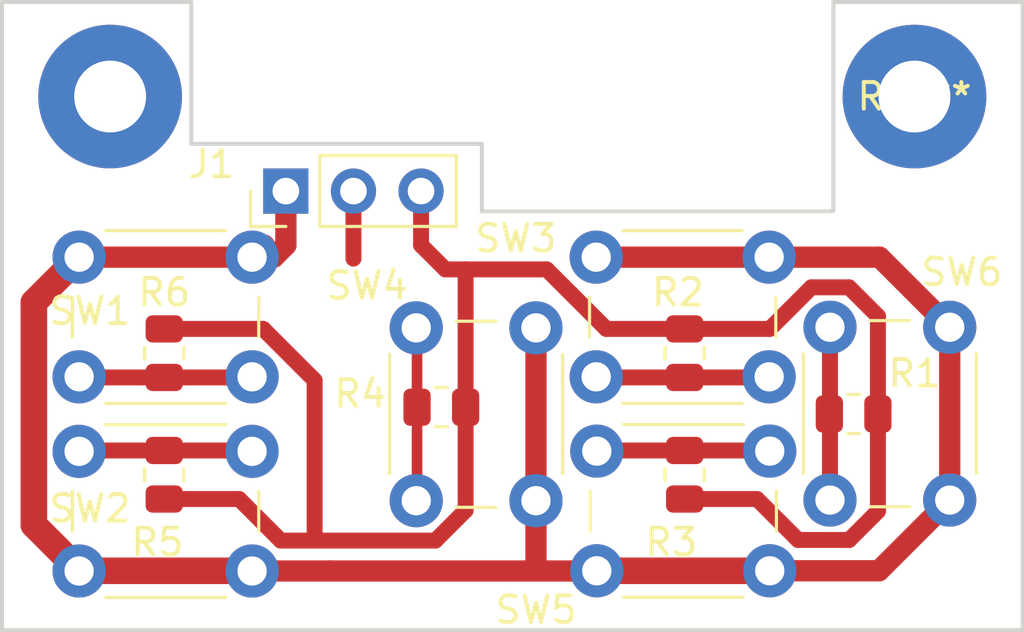
<source format=kicad_pcb>
(kicad_pcb (version 20171130) (host pcbnew "(5.1.7)-1")

  (general
    (thickness 1.6)
    (drawings 11)
    (tracks 77)
    (zones 0)
    (modules 15)
    (nets 10)
  )

  (page A4)
  (layers
    (0 F.Cu signal)
    (31 B.Cu signal)
    (32 B.Adhes user)
    (33 F.Adhes user)
    (34 B.Paste user)
    (35 F.Paste user)
    (36 B.SilkS user)
    (37 F.SilkS user)
    (38 B.Mask user)
    (39 F.Mask user)
    (40 Dwgs.User user)
    (41 Cmts.User user)
    (42 Eco1.User user)
    (43 Eco2.User user)
    (44 Edge.Cuts user)
    (45 Margin user)
    (46 B.CrtYd user)
    (47 F.CrtYd user)
    (48 B.Fab user)
    (49 F.Fab user)
  )

  (setup
    (last_trace_width 0.6)
    (trace_clearance 0.2)
    (zone_clearance 0.508)
    (zone_45_only no)
    (trace_min 0.2)
    (via_size 0.8)
    (via_drill 0.4)
    (via_min_size 0.4)
    (via_min_drill 0.3)
    (uvia_size 0.3)
    (uvia_drill 0.1)
    (uvias_allowed no)
    (uvia_min_size 0.2)
    (uvia_min_drill 0.1)
    (edge_width 0.15)
    (segment_width 0.2)
    (pcb_text_width 0.3)
    (pcb_text_size 1.5 1.5)
    (mod_edge_width 0.15)
    (mod_text_size 1 1)
    (mod_text_width 0.15)
    (pad_size 1.524 1.524)
    (pad_drill 0.762)
    (pad_to_mask_clearance 0.051)
    (solder_mask_min_width 0.25)
    (aux_axis_origin 129.54 90.678)
    (visible_elements 7FFFFFFF)
    (pcbplotparams
      (layerselection 0x01000_7fffffff)
      (usegerberextensions false)
      (usegerberattributes false)
      (usegerberadvancedattributes false)
      (creategerberjobfile false)
      (excludeedgelayer true)
      (linewidth 0.100000)
      (plotframeref false)
      (viasonmask false)
      (mode 1)
      (useauxorigin true)
      (hpglpennumber 1)
      (hpglpenspeed 20)
      (hpglpendiameter 15.000000)
      (psnegative false)
      (psa4output false)
      (plotreference true)
      (plotvalue true)
      (plotinvisibletext false)
      (padsonsilk false)
      (subtractmaskfromsilk false)
      (outputformat 1)
      (mirror false)
      (drillshape 0)
      (scaleselection 1)
      (outputdirectory "output/"))
  )

  (net 0 "")
  (net 1 GNDREF)
  (net 2 /SET)
  (net 3 /OK)
  (net 4 /LFT)
  (net 5 /UP)
  (net 6 /DWN)
  (net 7 /RHT)
  (net 8 "Net-(J1-Pad3)")
  (net 9 "Net-(J1-Pad2)")

  (net_class Default "This is the default net class."
    (clearance 0.2)
    (trace_width 0.6)
    (via_dia 0.8)
    (via_drill 0.4)
    (uvia_dia 0.3)
    (uvia_drill 0.1)
    (add_net /DWN)
    (add_net /LFT)
    (add_net /OK)
    (add_net /SET)
    (add_net /UP)
    (add_net "Net-(J1-Pad2)")
    (add_net "Net-(J1-Pad3)")
  )

  (net_class OuterSig ""
    (clearance 0.2)
    (trace_width 0.4)
    (via_dia 0.8)
    (via_drill 0.4)
    (uvia_dia 0.3)
    (uvia_drill 0.1)
    (add_net /RHT)
  )

  (net_class Power ""
    (clearance 0.2)
    (trace_width 0.8)
    (via_dia 0.8)
    (via_drill 0.4)
    (uvia_dia 0.3)
    (uvia_drill 0.1)
    (add_net GNDREF)
  )

  (module MountingHole:MountingHole_2.7mm_Pad (layer F.Cu) (tedit 56D1B4CB) (tstamp 5F9ECDA4)
    (at 163.83 70.612)
    (descr "Mounting Hole 2.7mm")
    (tags "mounting hole 2.7mm")
    (attr virtual)
    (fp_text reference REF** (at 0 0) (layer F.SilkS)
      (effects (font (size 1 1) (thickness 0.15)))
    )
    (fp_text value MH (at 2.794 -2.54) (layer F.Fab)
      (effects (font (size 1 1) (thickness 0.15)))
    )
    (fp_circle (center 0 0) (end 2.95 0) (layer F.CrtYd) (width 0.05))
    (fp_circle (center 0 0) (end 2.7 0) (layer Cmts.User) (width 0.15))
    (fp_text user %R (at 0.3 0) (layer F.Fab)
      (effects (font (size 1 1) (thickness 0.15)))
    )
    (pad 1 thru_hole circle (at 0 0) (size 5.4 5.4) (drill 2.7) (layers *.Cu *.Mask))
  )

  (module MountingHole:MountingHole_2.7mm_Pad (layer F.Cu) (tedit 56D1B4CB) (tstamp 5F9ECD61)
    (at 133.604 70.612)
    (descr "Mounting Hole 2.7mm")
    (tags "mounting hole 2.7mm")
    (attr virtual)
    (fp_text reference REF** (at 0 -0.254) (layer F.SilkS) hide
      (effects (font (size 1 1) (thickness 0.15)))
    )
    (fp_text value MH (at -2.794 -2.54) (layer F.Fab)
      (effects (font (size 1 1) (thickness 0.15)))
    )
    (fp_circle (center 0 0) (end 2.95 0) (layer F.CrtYd) (width 0.05))
    (fp_circle (center 0 0) (end 2.7 0) (layer Cmts.User) (width 0.15))
    (fp_text user %R (at 0.3 0) (layer F.Fab) hide
      (effects (font (size 1 1) (thickness 0.15)))
    )
    (pad 1 thru_hole circle (at 0 0) (size 5.4 5.4) (drill 2.7) (layers *.Cu *.Mask))
  )

  (module Connector_PinHeader_2.54mm:PinHeader_1x03_P2.54mm_Vertical (layer F.Cu) (tedit 59FED5CC) (tstamp 5F9EC7F7)
    (at 140.208 74.168 90)
    (descr "Through hole straight pin header, 1x03, 2.54mm pitch, single row")
    (tags "Through hole pin header THT 1x03 2.54mm single row")
    (path /5F9EC411)
    (fp_text reference J1 (at 1.016 -2.794 180) (layer F.SilkS)
      (effects (font (size 1 1) (thickness 0.15)))
    )
    (fp_text value KEYB (at -0.254 -3.556 180) (layer F.Fab)
      (effects (font (size 1 1) (thickness 0.15)))
    )
    (fp_line (start -0.635 -1.27) (end 1.27 -1.27) (layer F.Fab) (width 0.1))
    (fp_line (start 1.27 -1.27) (end 1.27 6.35) (layer F.Fab) (width 0.1))
    (fp_line (start 1.27 6.35) (end -1.27 6.35) (layer F.Fab) (width 0.1))
    (fp_line (start -1.27 6.35) (end -1.27 -0.635) (layer F.Fab) (width 0.1))
    (fp_line (start -1.27 -0.635) (end -0.635 -1.27) (layer F.Fab) (width 0.1))
    (fp_line (start -1.33 6.41) (end 1.33 6.41) (layer F.SilkS) (width 0.12))
    (fp_line (start -1.33 1.27) (end -1.33 6.41) (layer F.SilkS) (width 0.12))
    (fp_line (start 1.33 1.27) (end 1.33 6.41) (layer F.SilkS) (width 0.12))
    (fp_line (start -1.33 1.27) (end 1.33 1.27) (layer F.SilkS) (width 0.12))
    (fp_line (start -1.33 0) (end -1.33 -1.33) (layer F.SilkS) (width 0.12))
    (fp_line (start -1.33 -1.33) (end 0 -1.33) (layer F.SilkS) (width 0.12))
    (fp_line (start -1.8 -1.8) (end -1.8 6.85) (layer F.CrtYd) (width 0.05))
    (fp_line (start -1.8 6.85) (end 1.8 6.85) (layer F.CrtYd) (width 0.05))
    (fp_line (start 1.8 6.85) (end 1.8 -1.8) (layer F.CrtYd) (width 0.05))
    (fp_line (start 1.8 -1.8) (end -1.8 -1.8) (layer F.CrtYd) (width 0.05))
    (fp_text user %R (at 0 2.54) (layer F.Fab)
      (effects (font (size 1 1) (thickness 0.15)))
    )
    (pad 3 thru_hole oval (at 0 5.08 90) (size 1.7 1.7) (drill 1) (layers *.Cu *.Mask)
      (net 8 "Net-(J1-Pad3)"))
    (pad 2 thru_hole oval (at 0 2.54 90) (size 1.7 1.7) (drill 1) (layers *.Cu *.Mask)
      (net 9 "Net-(J1-Pad2)"))
    (pad 1 thru_hole rect (at 0 0 90) (size 1.7 1.7) (drill 1) (layers *.Cu *.Mask)
      (net 1 GNDREF))
    (model ${KISYS3DMOD}/Connector_PinHeader_2.54mm.3dshapes/PinHeader_1x03_P2.54mm_Vertical.wrl
      (at (xyz 0 0 0))
      (scale (xyz 1 1 1))
      (rotate (xyz 0 0 0))
    )
  )

  (module Resistor_SMD:R_0805_2012Metric (layer F.Cu) (tedit 5F68FEEE) (tstamp 5F9B2834)
    (at 135.636 80.264 270)
    (descr "Resistor SMD 0805 (2012 Metric), square (rectangular) end terminal, IPC_7351 nominal, (Body size source: IPC-SM-782 page 72, https://www.pcb-3d.com/wordpress/wp-content/uploads/ipc-sm-782a_amendment_1_and_2.pdf), generated with kicad-footprint-generator")
    (tags resistor)
    (path /5F9B7195)
    (attr smd)
    (fp_text reference R6 (at -2.286 0 180) (layer F.SilkS)
      (effects (font (size 1 1) (thickness 0.15)))
    )
    (fp_text value R (at -2.286 0.508 180) (layer F.Fab)
      (effects (font (size 1 1) (thickness 0.15)))
    )
    (fp_line (start 1.68 0.95) (end -1.68 0.95) (layer F.CrtYd) (width 0.05))
    (fp_line (start 1.68 -0.95) (end 1.68 0.95) (layer F.CrtYd) (width 0.05))
    (fp_line (start -1.68 -0.95) (end 1.68 -0.95) (layer F.CrtYd) (width 0.05))
    (fp_line (start -1.68 0.95) (end -1.68 -0.95) (layer F.CrtYd) (width 0.05))
    (fp_line (start -0.227064 0.735) (end 0.227064 0.735) (layer F.SilkS) (width 0.12))
    (fp_line (start -0.227064 -0.735) (end 0.227064 -0.735) (layer F.SilkS) (width 0.12))
    (fp_line (start 1 0.625) (end -1 0.625) (layer F.Fab) (width 0.1))
    (fp_line (start 1 -0.625) (end 1 0.625) (layer F.Fab) (width 0.1))
    (fp_line (start -1 -0.625) (end 1 -0.625) (layer F.Fab) (width 0.1))
    (fp_line (start -1 0.625) (end -1 -0.625) (layer F.Fab) (width 0.1))
    (fp_text user %R (at 0 0 90) (layer F.Fab)
      (effects (font (size 0.5 0.5) (thickness 0.08)))
    )
    (pad 2 smd roundrect (at 0.9125 0 270) (size 1.025 1.4) (layers F.Cu F.Paste F.Mask) (roundrect_rratio 0.2439004878048781)
      (net 2 /SET))
    (pad 1 smd roundrect (at -0.9125 0 270) (size 1.025 1.4) (layers F.Cu F.Paste F.Mask) (roundrect_rratio 0.2439004878048781)
      (net 8 "Net-(J1-Pad3)"))
    (model ${KISYS3DMOD}/Resistor_SMD.3dshapes/R_0805_2012Metric.wrl
      (at (xyz 0 0 0))
      (scale (xyz 1 1 1))
      (rotate (xyz 0 0 0))
    )
  )

  (module Resistor_SMD:R_0805_2012Metric (layer F.Cu) (tedit 5F68FEEE) (tstamp 5F9B2823)
    (at 135.636 84.836 90)
    (descr "Resistor SMD 0805 (2012 Metric), square (rectangular) end terminal, IPC_7351 nominal, (Body size source: IPC-SM-782 page 72, https://www.pcb-3d.com/wordpress/wp-content/uploads/ipc-sm-782a_amendment_1_and_2.pdf), generated with kicad-footprint-generator")
    (tags resistor)
    (path /5F9B6FA2)
    (attr smd)
    (fp_text reference R5 (at -2.54 -0.254 180) (layer F.SilkS)
      (effects (font (size 1 1) (thickness 0.15)))
    )
    (fp_text value R (at -2.54 -0.762 180) (layer F.Fab)
      (effects (font (size 1 1) (thickness 0.15)))
    )
    (fp_line (start 1.68 0.95) (end -1.68 0.95) (layer F.CrtYd) (width 0.05))
    (fp_line (start 1.68 -0.95) (end 1.68 0.95) (layer F.CrtYd) (width 0.05))
    (fp_line (start -1.68 -0.95) (end 1.68 -0.95) (layer F.CrtYd) (width 0.05))
    (fp_line (start -1.68 0.95) (end -1.68 -0.95) (layer F.CrtYd) (width 0.05))
    (fp_line (start -0.227064 0.735) (end 0.227064 0.735) (layer F.SilkS) (width 0.12))
    (fp_line (start -0.227064 -0.735) (end 0.227064 -0.735) (layer F.SilkS) (width 0.12))
    (fp_line (start 1 0.625) (end -1 0.625) (layer F.Fab) (width 0.1))
    (fp_line (start 1 -0.625) (end 1 0.625) (layer F.Fab) (width 0.1))
    (fp_line (start -1 -0.625) (end 1 -0.625) (layer F.Fab) (width 0.1))
    (fp_line (start -1 0.625) (end -1 -0.625) (layer F.Fab) (width 0.1))
    (fp_text user %R (at 0 0 90) (layer F.Fab)
      (effects (font (size 0.5 0.5) (thickness 0.08)))
    )
    (pad 2 smd roundrect (at 0.9125 0 90) (size 1.025 1.4) (layers F.Cu F.Paste F.Mask) (roundrect_rratio 0.2439004878048781)
      (net 3 /OK))
    (pad 1 smd roundrect (at -0.9125 0 90) (size 1.025 1.4) (layers F.Cu F.Paste F.Mask) (roundrect_rratio 0.2439004878048781)
      (net 8 "Net-(J1-Pad3)"))
    (model ${KISYS3DMOD}/Resistor_SMD.3dshapes/R_0805_2012Metric.wrl
      (at (xyz 0 0 0))
      (scale (xyz 1 1 1))
      (rotate (xyz 0 0 0))
    )
  )

  (module Resistor_SMD:R_0805_2012Metric (layer F.Cu) (tedit 5F68FEEE) (tstamp 5F9B2812)
    (at 146.05 82.296 180)
    (descr "Resistor SMD 0805 (2012 Metric), square (rectangular) end terminal, IPC_7351 nominal, (Body size source: IPC-SM-782 page 72, https://www.pcb-3d.com/wordpress/wp-content/uploads/ipc-sm-782a_amendment_1_and_2.pdf), generated with kicad-footprint-generator")
    (tags resistor)
    (path /5F9B695F)
    (attr smd)
    (fp_text reference R4 (at 3.048 0.508) (layer F.SilkS)
      (effects (font (size 1 1) (thickness 0.15)))
    )
    (fp_text value R (at 3.556 0.508) (layer F.Fab)
      (effects (font (size 1 1) (thickness 0.15)))
    )
    (fp_line (start 1.68 0.95) (end -1.68 0.95) (layer F.CrtYd) (width 0.05))
    (fp_line (start 1.68 -0.95) (end 1.68 0.95) (layer F.CrtYd) (width 0.05))
    (fp_line (start -1.68 -0.95) (end 1.68 -0.95) (layer F.CrtYd) (width 0.05))
    (fp_line (start -1.68 0.95) (end -1.68 -0.95) (layer F.CrtYd) (width 0.05))
    (fp_line (start -0.227064 0.735) (end 0.227064 0.735) (layer F.SilkS) (width 0.12))
    (fp_line (start -0.227064 -0.735) (end 0.227064 -0.735) (layer F.SilkS) (width 0.12))
    (fp_line (start 1 0.625) (end -1 0.625) (layer F.Fab) (width 0.1))
    (fp_line (start 1 -0.625) (end 1 0.625) (layer F.Fab) (width 0.1))
    (fp_line (start -1 -0.625) (end 1 -0.625) (layer F.Fab) (width 0.1))
    (fp_line (start -1 0.625) (end -1 -0.625) (layer F.Fab) (width 0.1))
    (fp_text user %R (at 0 0) (layer F.Fab)
      (effects (font (size 0.5 0.5) (thickness 0.08)))
    )
    (pad 2 smd roundrect (at 0.9125 0 180) (size 1.025 1.4) (layers F.Cu F.Paste F.Mask) (roundrect_rratio 0.2439004878048781)
      (net 7 /RHT))
    (pad 1 smd roundrect (at -0.9125 0 180) (size 1.025 1.4) (layers F.Cu F.Paste F.Mask) (roundrect_rratio 0.2439004878048781)
      (net 8 "Net-(J1-Pad3)"))
    (model ${KISYS3DMOD}/Resistor_SMD.3dshapes/R_0805_2012Metric.wrl
      (at (xyz 0 0 0))
      (scale (xyz 1 1 1))
      (rotate (xyz 0 0 0))
    )
  )

  (module Resistor_SMD:R_0805_2012Metric (layer F.Cu) (tedit 5F68FEEE) (tstamp 5F9B2801)
    (at 155.194 84.836 270)
    (descr "Resistor SMD 0805 (2012 Metric), square (rectangular) end terminal, IPC_7351 nominal, (Body size source: IPC-SM-782 page 72, https://www.pcb-3d.com/wordpress/wp-content/uploads/ipc-sm-782a_amendment_1_and_2.pdf), generated with kicad-footprint-generator")
    (tags resistor)
    (path /5F9B7536)
    (attr smd)
    (fp_text reference R3 (at 2.54 0.508 180) (layer F.SilkS)
      (effects (font (size 1 1) (thickness 0.15)))
    )
    (fp_text value R (at 2.54 1.016 180) (layer F.Fab)
      (effects (font (size 1 1) (thickness 0.15)))
    )
    (fp_line (start 1.68 0.95) (end -1.68 0.95) (layer F.CrtYd) (width 0.05))
    (fp_line (start 1.68 -0.95) (end 1.68 0.95) (layer F.CrtYd) (width 0.05))
    (fp_line (start -1.68 -0.95) (end 1.68 -0.95) (layer F.CrtYd) (width 0.05))
    (fp_line (start -1.68 0.95) (end -1.68 -0.95) (layer F.CrtYd) (width 0.05))
    (fp_line (start -0.227064 0.735) (end 0.227064 0.735) (layer F.SilkS) (width 0.12))
    (fp_line (start -0.227064 -0.735) (end 0.227064 -0.735) (layer F.SilkS) (width 0.12))
    (fp_line (start 1 0.625) (end -1 0.625) (layer F.Fab) (width 0.1))
    (fp_line (start 1 -0.625) (end 1 0.625) (layer F.Fab) (width 0.1))
    (fp_line (start -1 -0.625) (end 1 -0.625) (layer F.Fab) (width 0.1))
    (fp_line (start -1 0.625) (end -1 -0.625) (layer F.Fab) (width 0.1))
    (fp_text user %R (at 0 0 90) (layer F.Fab)
      (effects (font (size 0.5 0.5) (thickness 0.08)))
    )
    (pad 2 smd roundrect (at 0.9125 0 270) (size 1.025 1.4) (layers F.Cu F.Paste F.Mask) (roundrect_rratio 0.2439004878048781)
      (net 8 "Net-(J1-Pad3)"))
    (pad 1 smd roundrect (at -0.9125 0 270) (size 1.025 1.4) (layers F.Cu F.Paste F.Mask) (roundrect_rratio 0.2439004878048781)
      (net 6 /DWN))
    (model ${KISYS3DMOD}/Resistor_SMD.3dshapes/R_0805_2012Metric.wrl
      (at (xyz 0 0 0))
      (scale (xyz 1 1 1))
      (rotate (xyz 0 0 0))
    )
  )

  (module Resistor_SMD:R_0805_2012Metric (layer F.Cu) (tedit 5F68FEEE) (tstamp 5F9B27F0)
    (at 155.194 80.264 90)
    (descr "Resistor SMD 0805 (2012 Metric), square (rectangular) end terminal, IPC_7351 nominal, (Body size source: IPC-SM-782 page 72, https://www.pcb-3d.com/wordpress/wp-content/uploads/ipc-sm-782a_amendment_1_and_2.pdf), generated with kicad-footprint-generator")
    (tags resistor)
    (path /5F9B7D54)
    (attr smd)
    (fp_text reference R2 (at 2.286 -0.254 180) (layer F.SilkS)
      (effects (font (size 1 1) (thickness 0.15)))
    )
    (fp_text value R (at 2.286 -0.762 180) (layer F.Fab)
      (effects (font (size 1 1) (thickness 0.15)))
    )
    (fp_line (start 1.68 0.95) (end -1.68 0.95) (layer F.CrtYd) (width 0.05))
    (fp_line (start 1.68 -0.95) (end 1.68 0.95) (layer F.CrtYd) (width 0.05))
    (fp_line (start -1.68 -0.95) (end 1.68 -0.95) (layer F.CrtYd) (width 0.05))
    (fp_line (start -1.68 0.95) (end -1.68 -0.95) (layer F.CrtYd) (width 0.05))
    (fp_line (start -0.227064 0.735) (end 0.227064 0.735) (layer F.SilkS) (width 0.12))
    (fp_line (start -0.227064 -0.735) (end 0.227064 -0.735) (layer F.SilkS) (width 0.12))
    (fp_line (start 1 0.625) (end -1 0.625) (layer F.Fab) (width 0.1))
    (fp_line (start 1 -0.625) (end 1 0.625) (layer F.Fab) (width 0.1))
    (fp_line (start -1 -0.625) (end 1 -0.625) (layer F.Fab) (width 0.1))
    (fp_line (start -1 0.625) (end -1 -0.625) (layer F.Fab) (width 0.1))
    (fp_text user %R (at 0 0 90) (layer F.Fab)
      (effects (font (size 0.5 0.5) (thickness 0.08)))
    )
    (pad 2 smd roundrect (at 0.9125 0 90) (size 1.025 1.4) (layers F.Cu F.Paste F.Mask) (roundrect_rratio 0.2439004878048781)
      (net 8 "Net-(J1-Pad3)"))
    (pad 1 smd roundrect (at -0.9125 0 90) (size 1.025 1.4) (layers F.Cu F.Paste F.Mask) (roundrect_rratio 0.2439004878048781)
      (net 5 /UP))
    (model ${KISYS3DMOD}/Resistor_SMD.3dshapes/R_0805_2012Metric.wrl
      (at (xyz 0 0 0))
      (scale (xyz 1 1 1))
      (rotate (xyz 0 0 0))
    )
  )

  (module Resistor_SMD:R_0805_2012Metric (layer F.Cu) (tedit 5F68FEEE) (tstamp 5F9B27DF)
    (at 161.544 82.55)
    (descr "Resistor SMD 0805 (2012 Metric), square (rectangular) end terminal, IPC_7351 nominal, (Body size source: IPC-SM-782 page 72, https://www.pcb-3d.com/wordpress/wp-content/uploads/ipc-sm-782a_amendment_1_and_2.pdf), generated with kicad-footprint-generator")
    (tags resistor)
    (path /5F9B80C1)
    (attr smd)
    (fp_text reference R1 (at 2.286 -1.524 180) (layer F.SilkS)
      (effects (font (size 1 1) (thickness 0.15)))
    )
    (fp_text value R (at 1.778 -1.524 180) (layer F.Fab)
      (effects (font (size 1 1) (thickness 0.15)))
    )
    (fp_line (start 1.68 0.95) (end -1.68 0.95) (layer F.CrtYd) (width 0.05))
    (fp_line (start 1.68 -0.95) (end 1.68 0.95) (layer F.CrtYd) (width 0.05))
    (fp_line (start -1.68 -0.95) (end 1.68 -0.95) (layer F.CrtYd) (width 0.05))
    (fp_line (start -1.68 0.95) (end -1.68 -0.95) (layer F.CrtYd) (width 0.05))
    (fp_line (start -0.227064 0.735) (end 0.227064 0.735) (layer F.SilkS) (width 0.12))
    (fp_line (start -0.227064 -0.735) (end 0.227064 -0.735) (layer F.SilkS) (width 0.12))
    (fp_line (start 1 0.625) (end -1 0.625) (layer F.Fab) (width 0.1))
    (fp_line (start 1 -0.625) (end 1 0.625) (layer F.Fab) (width 0.1))
    (fp_line (start -1 -0.625) (end 1 -0.625) (layer F.Fab) (width 0.1))
    (fp_line (start -1 0.625) (end -1 -0.625) (layer F.Fab) (width 0.1))
    (fp_text user %R (at 0 0) (layer F.Fab)
      (effects (font (size 0.5 0.5) (thickness 0.08)))
    )
    (pad 2 smd roundrect (at 0.9125 0) (size 1.025 1.4) (layers F.Cu F.Paste F.Mask) (roundrect_rratio 0.2439004878048781)
      (net 8 "Net-(J1-Pad3)"))
    (pad 1 smd roundrect (at -0.9125 0) (size 1.025 1.4) (layers F.Cu F.Paste F.Mask) (roundrect_rratio 0.2439004878048781)
      (net 4 /LFT))
    (model ${KISYS3DMOD}/Resistor_SMD.3dshapes/R_0805_2012Metric.wrl
      (at (xyz 0 0 0))
      (scale (xyz 1 1 1))
      (rotate (xyz 0 0 0))
    )
  )

  (module Button_Switch_THT:SW_PUSH_6mm (layer F.Cu) (tedit 5A02FE31) (tstamp 5E61254E)
    (at 132.438 76.653)
    (descr https://www.omron.com/ecb/products/pdf/en-b3f.pdf)
    (tags "tact sw push 6mm")
    (path /5E3AD36A)
    (fp_text reference SW1 (at 0.404 2.0235) (layer F.SilkS)
      (effects (font (size 1 1) (thickness 0.15)))
    )
    (fp_text value SET (at 8.786 13.263) (layer F.Fab)
      (effects (font (size 1 1) (thickness 0.15)))
    )
    (fp_circle (center 3.25 2.25) (end 1.25 2.5) (layer F.Fab) (width 0.1))
    (fp_line (start 6.75 3) (end 6.75 1.5) (layer F.SilkS) (width 0.12))
    (fp_line (start 5.5 -1) (end 1 -1) (layer F.SilkS) (width 0.12))
    (fp_line (start -0.25 1.5) (end -0.25 3) (layer F.SilkS) (width 0.12))
    (fp_line (start 1 5.5) (end 5.5 5.5) (layer F.SilkS) (width 0.12))
    (fp_line (start 8 -1.25) (end 8 5.75) (layer F.CrtYd) (width 0.05))
    (fp_line (start 7.75 6) (end -1.25 6) (layer F.CrtYd) (width 0.05))
    (fp_line (start -1.5 5.75) (end -1.5 -1.25) (layer F.CrtYd) (width 0.05))
    (fp_line (start -1.25 -1.5) (end 7.75 -1.5) (layer F.CrtYd) (width 0.05))
    (fp_line (start -1.5 6) (end -1.25 6) (layer F.CrtYd) (width 0.05))
    (fp_line (start -1.5 5.75) (end -1.5 6) (layer F.CrtYd) (width 0.05))
    (fp_line (start -1.5 -1.5) (end -1.25 -1.5) (layer F.CrtYd) (width 0.05))
    (fp_line (start -1.5 -1.25) (end -1.5 -1.5) (layer F.CrtYd) (width 0.05))
    (fp_line (start 8 -1.5) (end 8 -1.25) (layer F.CrtYd) (width 0.05))
    (fp_line (start 7.75 -1.5) (end 8 -1.5) (layer F.CrtYd) (width 0.05))
    (fp_line (start 8 6) (end 8 5.75) (layer F.CrtYd) (width 0.05))
    (fp_line (start 7.75 6) (end 8 6) (layer F.CrtYd) (width 0.05))
    (fp_line (start 0.25 -0.75) (end 3.25 -0.75) (layer F.Fab) (width 0.1))
    (fp_line (start 0.25 5.25) (end 0.25 -0.75) (layer F.Fab) (width 0.1))
    (fp_line (start 6.25 5.25) (end 0.25 5.25) (layer F.Fab) (width 0.1))
    (fp_line (start 6.25 -0.75) (end 6.25 5.25) (layer F.Fab) (width 0.1))
    (fp_line (start 3.25 -0.75) (end 6.25 -0.75) (layer F.Fab) (width 0.1))
    (fp_text user %R (at -1.12 -1.977) (layer F.Fab)
      (effects (font (size 1 1) (thickness 0.15)))
    )
    (pad 1 thru_hole circle (at 6.5 0 90) (size 2 2) (drill 1.1) (layers *.Cu *.Mask)
      (net 1 GNDREF))
    (pad 2 thru_hole circle (at 6.5 4.5 90) (size 2 2) (drill 1.1) (layers *.Cu *.Mask)
      (net 2 /SET))
    (pad 1 thru_hole circle (at 0 0 90) (size 2 2) (drill 1.1) (layers *.Cu *.Mask)
      (net 1 GNDREF))
    (pad 2 thru_hole circle (at 0 4.5 90) (size 2 2) (drill 1.1) (layers *.Cu *.Mask)
      (net 2 /SET))
    (model ${KISYS3DMOD}/Button_Switch_THT.3dshapes/SW_PUSH_6mm.wrl
      (at (xyz 0 0 0))
      (scale (xyz 1 1 1))
      (rotate (xyz 0 0 0))
    )
  )

  (module Button_Switch_THT:SW_PUSH_6mm (layer F.Cu) (tedit 5A02FE31) (tstamp 5E6125A8)
    (at 138.938 88.4555 180)
    (descr https://www.omron.com/ecb/products/pdf/en-b3f.pdf)
    (tags "tact sw push 6mm")
    (path /5E3AD1EA)
    (fp_text reference SW2 (at 6.096 2.3495 180) (layer F.SilkS)
      (effects (font (size 1 1) (thickness 0.15)))
    )
    (fp_text value OK (at -1.778 9.7155 180) (layer F.Fab)
      (effects (font (size 1 1) (thickness 0.15)))
    )
    (fp_line (start 3.25 -0.75) (end 6.25 -0.75) (layer F.Fab) (width 0.1))
    (fp_line (start 6.25 -0.75) (end 6.25 5.25) (layer F.Fab) (width 0.1))
    (fp_line (start 6.25 5.25) (end 0.25 5.25) (layer F.Fab) (width 0.1))
    (fp_line (start 0.25 5.25) (end 0.25 -0.75) (layer F.Fab) (width 0.1))
    (fp_line (start 0.25 -0.75) (end 3.25 -0.75) (layer F.Fab) (width 0.1))
    (fp_line (start 7.75 6) (end 8 6) (layer F.CrtYd) (width 0.05))
    (fp_line (start 8 6) (end 8 5.75) (layer F.CrtYd) (width 0.05))
    (fp_line (start 7.75 -1.5) (end 8 -1.5) (layer F.CrtYd) (width 0.05))
    (fp_line (start 8 -1.5) (end 8 -1.25) (layer F.CrtYd) (width 0.05))
    (fp_line (start -1.5 -1.25) (end -1.5 -1.5) (layer F.CrtYd) (width 0.05))
    (fp_line (start -1.5 -1.5) (end -1.25 -1.5) (layer F.CrtYd) (width 0.05))
    (fp_line (start -1.5 5.75) (end -1.5 6) (layer F.CrtYd) (width 0.05))
    (fp_line (start -1.5 6) (end -1.25 6) (layer F.CrtYd) (width 0.05))
    (fp_line (start -1.25 -1.5) (end 7.75 -1.5) (layer F.CrtYd) (width 0.05))
    (fp_line (start -1.5 5.75) (end -1.5 -1.25) (layer F.CrtYd) (width 0.05))
    (fp_line (start 7.75 6) (end -1.25 6) (layer F.CrtYd) (width 0.05))
    (fp_line (start 8 -1.25) (end 8 5.75) (layer F.CrtYd) (width 0.05))
    (fp_line (start 1 5.5) (end 5.5 5.5) (layer F.SilkS) (width 0.12))
    (fp_line (start -0.25 1.5) (end -0.25 3) (layer F.SilkS) (width 0.12))
    (fp_line (start 5.5 -1) (end 1 -1) (layer F.SilkS) (width 0.12))
    (fp_line (start 6.75 3) (end 6.75 1.5) (layer F.SilkS) (width 0.12))
    (fp_circle (center 3.25 2.25) (end 1.25 2.5) (layer F.Fab) (width 0.1))
    (fp_text user %R (at 4.064 -1.4605 180) (layer F.Fab)
      (effects (font (size 1 1) (thickness 0.15)))
    )
    (pad 2 thru_hole circle (at 0 4.5 270) (size 2 2) (drill 1.1) (layers *.Cu *.Mask)
      (net 3 /OK))
    (pad 1 thru_hole circle (at 0 0 270) (size 2 2) (drill 1.1) (layers *.Cu *.Mask)
      (net 1 GNDREF))
    (pad 2 thru_hole circle (at 6.5 4.5 270) (size 2 2) (drill 1.1) (layers *.Cu *.Mask)
      (net 3 /OK))
    (pad 1 thru_hole circle (at 6.5 0 270) (size 2 2) (drill 1.1) (layers *.Cu *.Mask)
      (net 1 GNDREF))
    (model ${KISYS3DMOD}/Button_Switch_THT.3dshapes/SW_PUSH_6mm.wrl
      (at (xyz 0 0 0))
      (scale (xyz 1 1 1))
      (rotate (xyz 0 0 0))
    )
  )

  (module Button_Switch_THT:SW_PUSH_6mm (layer F.Cu) (tedit 5A02FE31) (tstamp 5E799453)
    (at 158.369 81.153 180)
    (descr https://www.omron.com/ecb/products/pdf/en-b3f.pdf)
    (tags "tact sw push 6mm")
    (path /5E3AD272)
    (fp_text reference SW3 (at 9.525 5.207 180) (layer F.SilkS)
      (effects (font (size 1 1) (thickness 0.15)))
    )
    (fp_text value UP (at 3.429 5.461 180) (layer F.Fab)
      (effects (font (size 1 1) (thickness 0.15)))
    )
    (fp_circle (center 3.25 2.25) (end 1.25 2.5) (layer F.Fab) (width 0.1))
    (fp_line (start 6.75 3) (end 6.75 1.5) (layer F.SilkS) (width 0.12))
    (fp_line (start 5.5 -1) (end 1 -1) (layer F.SilkS) (width 0.12))
    (fp_line (start -0.25 1.5) (end -0.25 3) (layer F.SilkS) (width 0.12))
    (fp_line (start 1 5.5) (end 5.5 5.5) (layer F.SilkS) (width 0.12))
    (fp_line (start 8 -1.25) (end 8 5.75) (layer F.CrtYd) (width 0.05))
    (fp_line (start 7.75 6) (end -1.25 6) (layer F.CrtYd) (width 0.05))
    (fp_line (start -1.5 5.75) (end -1.5 -1.25) (layer F.CrtYd) (width 0.05))
    (fp_line (start -1.25 -1.5) (end 7.75 -1.5) (layer F.CrtYd) (width 0.05))
    (fp_line (start -1.5 6) (end -1.25 6) (layer F.CrtYd) (width 0.05))
    (fp_line (start -1.5 5.75) (end -1.5 6) (layer F.CrtYd) (width 0.05))
    (fp_line (start -1.5 -1.5) (end -1.25 -1.5) (layer F.CrtYd) (width 0.05))
    (fp_line (start -1.5 -1.25) (end -1.5 -1.5) (layer F.CrtYd) (width 0.05))
    (fp_line (start 8 -1.5) (end 8 -1.25) (layer F.CrtYd) (width 0.05))
    (fp_line (start 7.75 -1.5) (end 8 -1.5) (layer F.CrtYd) (width 0.05))
    (fp_line (start 8 6) (end 8 5.75) (layer F.CrtYd) (width 0.05))
    (fp_line (start 7.75 6) (end 8 6) (layer F.CrtYd) (width 0.05))
    (fp_line (start 0.25 -0.75) (end 3.25 -0.75) (layer F.Fab) (width 0.1))
    (fp_line (start 0.25 5.25) (end 0.25 -0.75) (layer F.Fab) (width 0.1))
    (fp_line (start 6.25 5.25) (end 0.25 5.25) (layer F.Fab) (width 0.1))
    (fp_line (start 6.25 -0.75) (end 6.25 5.25) (layer F.Fab) (width 0.1))
    (fp_line (start 3.25 -0.75) (end 6.25 -0.75) (layer F.Fab) (width 0.1))
    (fp_text user %R (at 9.525 5.207 180) (layer F.Fab)
      (effects (font (size 1 1) (thickness 0.15)))
    )
    (pad 1 thru_hole circle (at 6.5 0 270) (size 2 2) (drill 1.1) (layers *.Cu *.Mask)
      (net 5 /UP))
    (pad 2 thru_hole circle (at 6.5 4.5 270) (size 2 2) (drill 1.1) (layers *.Cu *.Mask)
      (net 1 GNDREF))
    (pad 1 thru_hole circle (at 0 0 270) (size 2 2) (drill 1.1) (layers *.Cu *.Mask)
      (net 5 /UP))
    (pad 2 thru_hole circle (at 0 4.5 270) (size 2 2) (drill 1.1) (layers *.Cu *.Mask)
      (net 1 GNDREF))
    (model ${KISYS3DMOD}/Button_Switch_THT.3dshapes/SW_PUSH_6mm.wrl
      (at (xyz 0 0 0))
      (scale (xyz 1 1 1))
      (rotate (xyz 0 0 0))
    )
  )

  (module Button_Switch_THT:SW_PUSH_6mm (layer F.Cu) (tedit 5A02FE31) (tstamp 5E611F25)
    (at 149.606 79.3115 270)
    (descr https://www.omron.com/ecb/products/pdf/en-b3f.pdf)
    (tags "tact sw push 6mm")
    (path /5E3AD2F4)
    (fp_text reference SW4 (at -1.5875 6.35) (layer F.SilkS)
      (effects (font (size 1 1) (thickness 0.15)))
    )
    (fp_text value RHT (at 8.0645 1.778) (layer F.Fab)
      (effects (font (size 1 1) (thickness 0.15)))
    )
    (fp_line (start 3.25 -0.75) (end 6.25 -0.75) (layer F.Fab) (width 0.1))
    (fp_line (start 6.25 -0.75) (end 6.25 5.25) (layer F.Fab) (width 0.1))
    (fp_line (start 6.25 5.25) (end 0.25 5.25) (layer F.Fab) (width 0.1))
    (fp_line (start 0.25 5.25) (end 0.25 -0.75) (layer F.Fab) (width 0.1))
    (fp_line (start 0.25 -0.75) (end 3.25 -0.75) (layer F.Fab) (width 0.1))
    (fp_line (start 7.75 6) (end 8 6) (layer F.CrtYd) (width 0.05))
    (fp_line (start 8 6) (end 8 5.75) (layer F.CrtYd) (width 0.05))
    (fp_line (start 7.75 -1.5) (end 8 -1.5) (layer F.CrtYd) (width 0.05))
    (fp_line (start 8 -1.5) (end 8 -1.25) (layer F.CrtYd) (width 0.05))
    (fp_line (start -1.5 -1.25) (end -1.5 -1.5) (layer F.CrtYd) (width 0.05))
    (fp_line (start -1.5 -1.5) (end -1.25 -1.5) (layer F.CrtYd) (width 0.05))
    (fp_line (start -1.5 5.75) (end -1.5 6) (layer F.CrtYd) (width 0.05))
    (fp_line (start -1.5 6) (end -1.25 6) (layer F.CrtYd) (width 0.05))
    (fp_line (start -1.25 -1.5) (end 7.75 -1.5) (layer F.CrtYd) (width 0.05))
    (fp_line (start -1.5 5.75) (end -1.5 -1.25) (layer F.CrtYd) (width 0.05))
    (fp_line (start 7.75 6) (end -1.25 6) (layer F.CrtYd) (width 0.05))
    (fp_line (start 8 -1.25) (end 8 5.75) (layer F.CrtYd) (width 0.05))
    (fp_line (start 1 5.5) (end 5.5 5.5) (layer F.SilkS) (width 0.12))
    (fp_line (start -0.25 1.5) (end -0.25 3) (layer F.SilkS) (width 0.12))
    (fp_line (start 5.5 -1) (end 1 -1) (layer F.SilkS) (width 0.12))
    (fp_line (start 6.75 3) (end 6.75 1.5) (layer F.SilkS) (width 0.12))
    (fp_circle (center 3.25 2.25) (end 1.25 2.5) (layer F.Fab) (width 0.1))
    (fp_text user %R (at -1.5875 6.35 180) (layer F.Fab)
      (effects (font (size 1 1) (thickness 0.15)))
    )
    (pad 2 thru_hole circle (at 0 4.5) (size 2 2) (drill 1.1) (layers *.Cu *.Mask)
      (net 7 /RHT))
    (pad 1 thru_hole circle (at 0 0) (size 2 2) (drill 1.1) (layers *.Cu *.Mask)
      (net 1 GNDREF))
    (pad 2 thru_hole circle (at 6.5 4.5) (size 2 2) (drill 1.1) (layers *.Cu *.Mask)
      (net 7 /RHT))
    (pad 1 thru_hole circle (at 6.5 0) (size 2 2) (drill 1.1) (layers *.Cu *.Mask)
      (net 1 GNDREF))
    (model ${KISYS3DMOD}/Button_Switch_THT.3dshapes/SW_PUSH_6mm.wrl
      (at (xyz 0 0 0))
      (scale (xyz 1 1 1))
      (rotate (xyz 0 0 0))
    )
  )

  (module Button_Switch_THT:SW_PUSH_6mm (layer F.Cu) (tedit 5A02FE31) (tstamp 5E6124F4)
    (at 151.892 83.947)
    (descr https://www.omron.com/ecb/products/pdf/en-b3f.pdf)
    (tags "tact sw push 6mm")
    (path /5E3AD3E8)
    (fp_text reference SW5 (at -2.286 5.969) (layer F.SilkS)
      (effects (font (size 1 1) (thickness 0.15)))
    )
    (fp_text value DWN (at 3.048 5.969) (layer F.Fab)
      (effects (font (size 1 1) (thickness 0.15)))
    )
    (fp_line (start 3.25 -0.75) (end 6.25 -0.75) (layer F.Fab) (width 0.1))
    (fp_line (start 6.25 -0.75) (end 6.25 5.25) (layer F.Fab) (width 0.1))
    (fp_line (start 6.25 5.25) (end 0.25 5.25) (layer F.Fab) (width 0.1))
    (fp_line (start 0.25 5.25) (end 0.25 -0.75) (layer F.Fab) (width 0.1))
    (fp_line (start 0.25 -0.75) (end 3.25 -0.75) (layer F.Fab) (width 0.1))
    (fp_line (start 7.75 6) (end 8 6) (layer F.CrtYd) (width 0.05))
    (fp_line (start 8 6) (end 8 5.75) (layer F.CrtYd) (width 0.05))
    (fp_line (start 7.75 -1.5) (end 8 -1.5) (layer F.CrtYd) (width 0.05))
    (fp_line (start 8 -1.5) (end 8 -1.25) (layer F.CrtYd) (width 0.05))
    (fp_line (start -1.5 -1.25) (end -1.5 -1.5) (layer F.CrtYd) (width 0.05))
    (fp_line (start -1.5 -1.5) (end -1.25 -1.5) (layer F.CrtYd) (width 0.05))
    (fp_line (start -1.5 5.75) (end -1.5 6) (layer F.CrtYd) (width 0.05))
    (fp_line (start -1.5 6) (end -1.25 6) (layer F.CrtYd) (width 0.05))
    (fp_line (start -1.25 -1.5) (end 7.75 -1.5) (layer F.CrtYd) (width 0.05))
    (fp_line (start -1.5 5.75) (end -1.5 -1.25) (layer F.CrtYd) (width 0.05))
    (fp_line (start 7.75 6) (end -1.25 6) (layer F.CrtYd) (width 0.05))
    (fp_line (start 8 -1.25) (end 8 5.75) (layer F.CrtYd) (width 0.05))
    (fp_line (start 1 5.5) (end 5.5 5.5) (layer F.SilkS) (width 0.12))
    (fp_line (start -0.25 1.5) (end -0.25 3) (layer F.SilkS) (width 0.12))
    (fp_line (start 5.5 -1) (end 1 -1) (layer F.SilkS) (width 0.12))
    (fp_line (start 6.75 3) (end 6.75 1.5) (layer F.SilkS) (width 0.12))
    (fp_circle (center 3.25 2.25) (end 1.25 2.5) (layer F.Fab) (width 0.1))
    (fp_text user %R (at -2.286 5.969) (layer F.Fab)
      (effects (font (size 1 1) (thickness 0.15)))
    )
    (pad 2 thru_hole circle (at 0 4.5 90) (size 2 2) (drill 1.1) (layers *.Cu *.Mask)
      (net 1 GNDREF))
    (pad 1 thru_hole circle (at 0 0 90) (size 2 2) (drill 1.1) (layers *.Cu *.Mask)
      (net 6 /DWN))
    (pad 2 thru_hole circle (at 6.5 4.5 90) (size 2 2) (drill 1.1) (layers *.Cu *.Mask)
      (net 1 GNDREF))
    (pad 1 thru_hole circle (at 6.5 0 90) (size 2 2) (drill 1.1) (layers *.Cu *.Mask)
      (net 6 /DWN))
    (model ${KISYS3DMOD}/Button_Switch_THT.3dshapes/SW_PUSH_6mm.wrl
      (at (xyz 0 0 0))
      (scale (xyz 1 1 1))
      (rotate (xyz 0 0 0))
    )
  )

  (module Button_Switch_THT:SW_PUSH_6mm (layer F.Cu) (tedit 5E438F25) (tstamp 5E611F63)
    (at 160.655 85.7885 90)
    (descr https://www.omron.com/ecb/products/pdf/en-b3f.pdf)
    (tags "tact sw push 6mm")
    (path /5E3AD478)
    (fp_text reference SW6 (at 8.5725 4.953 180) (layer F.SilkS)
      (effects (font (size 1 1) (thickness 0.15)))
    )
    (fp_text value LFT (at -2.3495 5.207 180) (layer F.Fab)
      (effects (font (size 1 1) (thickness 0.15)))
    )
    (fp_circle (center 3.25 2.25) (end 1.25 2.5) (layer F.Fab) (width 0.1))
    (fp_line (start 6.75 3) (end 6.75 1.5) (layer F.SilkS) (width 0.12))
    (fp_line (start 5.5 -1) (end 1 -1) (layer F.SilkS) (width 0.12))
    (fp_line (start -0.25 1.5) (end -0.25 3) (layer F.SilkS) (width 0.12))
    (fp_line (start 1 5.5) (end 5.5 5.5) (layer F.SilkS) (width 0.12))
    (fp_line (start 8 -1.25) (end 8 5.75) (layer F.CrtYd) (width 0.05))
    (fp_line (start 7.75 6) (end -1.25 6) (layer F.CrtYd) (width 0.05))
    (fp_line (start -1.5 5.75) (end -1.5 -1.25) (layer F.CrtYd) (width 0.05))
    (fp_line (start -1.25 -1.5) (end 7.75 -1.5) (layer F.CrtYd) (width 0.05))
    (fp_line (start -1.5 6) (end -1.25 6) (layer F.CrtYd) (width 0.05))
    (fp_line (start -1.5 5.75) (end -1.5 6) (layer F.CrtYd) (width 0.05))
    (fp_line (start -1.5 -1.5) (end -1.25 -1.5) (layer F.CrtYd) (width 0.05))
    (fp_line (start -1.5 -1.25) (end -1.5 -1.5) (layer F.CrtYd) (width 0.05))
    (fp_line (start 8 -1.5) (end 8 -1.25) (layer F.CrtYd) (width 0.05))
    (fp_line (start 7.75 -1.5) (end 8 -1.5) (layer F.CrtYd) (width 0.05))
    (fp_line (start 8 6) (end 8 5.75) (layer F.CrtYd) (width 0.05))
    (fp_line (start 7.75 6) (end 8 6) (layer F.CrtYd) (width 0.05))
    (fp_line (start 0.25 -0.75) (end 3.25 -0.75) (layer F.Fab) (width 0.1))
    (fp_line (start 0.25 5.25) (end 0.25 -0.75) (layer F.Fab) (width 0.1))
    (fp_line (start 6.25 5.25) (end 0.25 5.25) (layer F.Fab) (width 0.1))
    (fp_line (start 6.25 -0.75) (end 6.25 5.25) (layer F.Fab) (width 0.1))
    (fp_line (start 3.25 -0.75) (end 6.25 -0.75) (layer F.Fab) (width 0.1))
    (fp_text user %R (at 8.5725 4.953 180) (layer F.Fab)
      (effects (font (size 1 1) (thickness 0.15)))
    )
    (pad 1 thru_hole circle (at 6.5 0 180) (size 2 2) (drill 1.1) (layers *.Cu *.Mask)
      (net 4 /LFT))
    (pad 2 thru_hole circle (at 6.5 4.5 180) (size 2 2) (drill 1.1) (layers *.Cu *.Mask)
      (net 1 GNDREF))
    (pad 1 thru_hole circle (at 0 0 180) (size 2 2) (drill 1.1) (layers *.Cu *.Mask)
      (net 4 /LFT))
    (pad 2 thru_hole circle (at 0 4.5 180) (size 2 2) (drill 1.1) (layers *.Cu *.Mask)
      (net 1 GNDREF))
    (model ${KISYS3DMOD}/Button_Switch_THT.3dshapes/SW_PUSH_6mm.wrl
      (at (xyz 0 0 0))
      (scale (xyz 1 1 1))
      (rotate (xyz 0 0 0))
    )
  )

  (gr_line (start 147.574 74.93) (end 147.574 72.39) (layer Edge.Cuts) (width 0.15) (tstamp 5F9FFCB8))
  (gr_line (start 160.782 74.93) (end 147.574 74.93) (layer Edge.Cuts) (width 0.15))
  (gr_line (start 136.652 72.39) (end 147.574 72.39) (layer Edge.Cuts) (width 0.15))
  (gr_line (start 160.782 67.056) (end 160.782 74.93) (layer Edge.Cuts) (width 0.15) (tstamp 5F9ECDC2))
  (gr_line (start 167.894 67.056) (end 160.782 67.056) (layer Edge.Cuts) (width 0.15) (tstamp 5F9ECB72))
  (gr_line (start 167.894 72.39) (end 167.894 67.056) (layer Edge.Cuts) (width 0.15) (tstamp 5F9ECB70))
  (gr_line (start 129.54 67.056) (end 136.652 67.056) (layer Edge.Cuts) (width 0.15) (tstamp 5F9ECB6F))
  (gr_line (start 136.652 72.39) (end 136.652 67.056) (layer Edge.Cuts) (width 0.15))
  (gr_line (start 167.894 90.678) (end 167.894 72.39) (layer Edge.Cuts) (width 0.15))
  (gr_line (start 129.54 90.678) (end 167.894 90.678) (layer Edge.Cuts) (width 0.15))
  (gr_line (start 129.54 67.056) (end 129.54 90.678) (layer Edge.Cuts) (width 0.15))

  (segment (start 149.153 79.479) (end 149.153 79.369) (width 0.8) (layer F.Cu) (net 1))
  (segment (start 131.461001 87.447001) (end 132.461 88.447) (width 1) (layer F.Cu) (net 1))
  (segment (start 130.737999 86.723999) (end 131.461001 87.447001) (width 1) (layer F.Cu) (net 1))
  (segment (start 130.737999 78.353001) (end 130.737999 86.723999) (width 1) (layer F.Cu) (net 1))
  (segment (start 132.438 76.653) (end 130.737999 78.353001) (width 1) (layer F.Cu) (net 1))
  (segment (start 132.461 88.447) (end 138.961 88.447) (width 1) (layer F.Cu) (net 1))
  (segment (start 151.892 88.447) (end 158.392 88.447) (width 1) (layer F.Cu) (net 1))
  (segment (start 151.869 76.653) (end 158.369 76.653) (width 0.8) (layer F.Cu) (net 1))
  (segment (start 151.8835 88.4555) (end 151.892 88.447) (width 0.8) (layer F.Cu) (net 1))
  (segment (start 141.859 88.4555) (end 149.225 88.4555) (width 0.8) (layer F.Cu) (net 1))
  (segment (start 138.938 88.4555) (end 141.859 88.4555) (width 0.8) (layer F.Cu) (net 1))
  (segment (start 149.606 79.3115) (end 149.606 85.8115) (width 0.8) (layer F.Cu) (net 1))
  (segment (start 151.869 76.653) (end 151.869 77.0485) (width 0.8) (layer F.Cu) (net 1))
  (segment (start 149.606 85.8115) (end 149.606 88.4555) (width 0.8) (layer F.Cu) (net 1))
  (segment (start 149.225 88.4555) (end 149.606 88.4555) (width 0.8) (layer F.Cu) (net 1))
  (segment (start 149.606 88.4555) (end 151.8835 88.4555) (width 0.8) (layer F.Cu) (net 1))
  (segment (start 165.155 79.2885) (end 165.155 85.7885) (width 0.8) (layer F.Cu) (net 1))
  (segment (start 162.4965 88.447) (end 165.155 85.7885) (width 0.8) (layer F.Cu) (net 1))
  (segment (start 158.392 88.447) (end 162.4965 88.447) (width 0.8) (layer F.Cu) (net 1))
  (segment (start 139.391 76.2) (end 138.938 76.653) (width 0.8) (layer F.Cu) (net 1))
  (segment (start 132.438 76.653) (end 138.938 76.653) (width 0.8) (layer F.Cu) (net 1))
  (segment (start 162.5195 76.653) (end 158.369 76.653) (width 0.8) (layer F.Cu) (net 1))
  (segment (start 165.155 79.2885) (end 162.5195 76.653) (width 0.8) (layer F.Cu) (net 1))
  (segment (start 138.938 76.653) (end 139.755 76.653) (width 0.8) (layer F.Cu) (net 1))
  (segment (start 140.208 76.2) (end 140.208 74.168) (width 0.8) (layer F.Cu) (net 1))
  (segment (start 139.755 76.653) (end 140.208 76.2) (width 0.8) (layer F.Cu) (net 1))
  (segment (start 138.9145 81.1765) (end 138.938 81.153) (width 0.6) (layer F.Cu) (net 2))
  (segment (start 135.636 81.1765) (end 138.9145 81.1765) (width 0.6) (layer F.Cu) (net 2))
  (segment (start 132.4615 81.1765) (end 132.438 81.153) (width 0.6) (layer F.Cu) (net 2))
  (segment (start 135.636 81.1765) (end 132.4615 81.1765) (width 0.6) (layer F.Cu) (net 2))
  (segment (start 138.906 83.9235) (end 138.938 83.9555) (width 0.6) (layer F.Cu) (net 3))
  (segment (start 135.636 83.9235) (end 138.906 83.9235) (width 0.6) (layer F.Cu) (net 3))
  (segment (start 132.47 83.9235) (end 132.438 83.9555) (width 0.6) (layer F.Cu) (net 3))
  (segment (start 135.636 83.9235) (end 132.47 83.9235) (width 0.6) (layer F.Cu) (net 3))
  (segment (start 160.655 82.5265) (end 160.6315 82.55) (width 0.6) (layer F.Cu) (net 4))
  (segment (start 160.655 79.2885) (end 160.655 82.5265) (width 0.6) (layer F.Cu) (net 4))
  (segment (start 160.655 82.5735) (end 160.6315 82.55) (width 0.6) (layer F.Cu) (net 4))
  (segment (start 160.655 85.7885) (end 160.655 82.5735) (width 0.6) (layer F.Cu) (net 4))
  (segment (start 158.3455 81.1765) (end 158.369 81.153) (width 0.6) (layer F.Cu) (net 5))
  (segment (start 155.194 81.1765) (end 158.3455 81.1765) (width 0.6) (layer F.Cu) (net 5))
  (segment (start 151.8925 81.1765) (end 151.869 81.153) (width 0.6) (layer F.Cu) (net 5))
  (segment (start 155.194 81.1765) (end 151.8925 81.1765) (width 0.6) (layer F.Cu) (net 5))
  (segment (start 158.3685 83.9235) (end 158.392 83.947) (width 0.6) (layer F.Cu) (net 6))
  (segment (start 155.194 83.9235) (end 158.3685 83.9235) (width 0.6) (layer F.Cu) (net 6))
  (segment (start 151.9155 83.9235) (end 151.892 83.947) (width 0.6) (layer F.Cu) (net 6))
  (segment (start 155.194 83.9235) (end 151.9155 83.9235) (width 0.6) (layer F.Cu) (net 6))
  (segment (start 145.1375 79.343) (end 145.106 79.3115) (width 0.4) (layer F.Cu) (net 7))
  (segment (start 145.1375 82.296) (end 145.1375 79.343) (width 0.4) (layer F.Cu) (net 7))
  (segment (start 145.1375 85.78) (end 145.106 85.8115) (width 0.4) (layer F.Cu) (net 7))
  (segment (start 145.1375 82.296) (end 145.1375 85.78) (width 0.4) (layer F.Cu) (net 7))
  (segment (start 138.451002 85.7485) (end 135.636 85.7485) (width 0.6) (layer F.Cu) (net 8))
  (segment (start 140.014003 87.311501) (end 138.451002 85.7485) (width 0.6) (layer F.Cu) (net 8))
  (segment (start 146.9625 86.175002) (end 145.826001 87.311501) (width 0.6) (layer F.Cu) (net 8))
  (segment (start 146.9625 82.296) (end 146.9625 86.175002) (width 0.6) (layer F.Cu) (net 8))
  (segment (start 141.288499 81.283497) (end 141.288499 87.311501) (width 0.6) (layer F.Cu) (net 8))
  (segment (start 139.356502 79.3515) (end 141.288499 81.283497) (width 0.6) (layer F.Cu) (net 8))
  (segment (start 135.636 79.3515) (end 139.356502 79.3515) (width 0.6) (layer F.Cu) (net 8))
  (segment (start 141.288499 87.311501) (end 140.014003 87.311501) (width 0.6) (layer F.Cu) (net 8))
  (segment (start 145.826001 87.311501) (end 141.288499 87.311501) (width 0.6) (layer F.Cu) (net 8))
  (segment (start 162.4565 78.869998) (end 162.4565 82.55) (width 0.6) (layer F.Cu) (net 8))
  (segment (start 161.375001 77.788499) (end 162.4565 78.869998) (width 0.6) (layer F.Cu) (net 8))
  (segment (start 159.955501 77.788499) (end 161.375001 77.788499) (width 0.6) (layer F.Cu) (net 8))
  (segment (start 158.3925 79.3515) (end 159.955501 77.788499) (width 0.6) (layer F.Cu) (net 8))
  (segment (start 155.194 79.3515) (end 158.3925 79.3515) (width 0.6) (layer F.Cu) (net 8))
  (segment (start 157.913502 85.7485) (end 155.194 85.7485) (width 0.6) (layer F.Cu) (net 8))
  (segment (start 161.375001 87.288501) (end 159.453503 87.288501) (width 0.6) (layer F.Cu) (net 8))
  (segment (start 159.453503 87.288501) (end 157.913502 85.7485) (width 0.6) (layer F.Cu) (net 8))
  (segment (start 162.4565 86.207002) (end 161.375001 87.288501) (width 0.6) (layer F.Cu) (net 8))
  (segment (start 162.4565 82.55) (end 162.4565 86.207002) (width 0.6) (layer F.Cu) (net 8))
  (segment (start 155.194 79.3515) (end 152.2495 79.3515) (width 0.6) (layer F.Cu) (net 8))
  (segment (start 146.9625 77.1125) (end 146.9625 82.296) (width 0.6) (layer F.Cu) (net 8))
  (segment (start 150.0105 77.1125) (end 146.9625 77.1125) (width 0.6) (layer F.Cu) (net 8))
  (segment (start 152.2495 79.3515) (end 150.0105 77.1125) (width 0.6) (layer F.Cu) (net 8))
  (segment (start 145.288 74.168) (end 145.288 76.2) (width 0.6) (layer F.Cu) (net 8))
  (segment (start 146.2005 77.1125) (end 146.9625 77.1125) (width 0.6) (layer F.Cu) (net 8))
  (segment (start 145.288 76.2) (end 146.2005 77.1125) (width 0.6) (layer F.Cu) (net 8))
  (segment (start 142.748 74.168) (end 142.748 76.708) (width 0.6) (layer F.Cu) (net 9))

)

</source>
